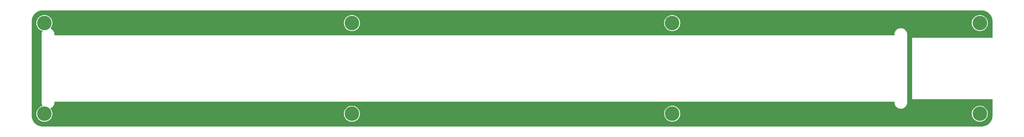
<source format=gbr>
%TF.GenerationSoftware,KiCad,Pcbnew,7.0.2-0*%
%TF.CreationDate,2023-05-18T01:13:29+02:00*%
%TF.ProjectId,LB,4c422e6b-6963-4616-945f-706362585858,rev?*%
%TF.SameCoordinates,PXfd9f08PY7735940*%
%TF.FileFunction,Copper,L2,Bot*%
%TF.FilePolarity,Positive*%
%FSLAX46Y46*%
G04 Gerber Fmt 4.6, Leading zero omitted, Abs format (unit mm)*
G04 Created by KiCad (PCBNEW 7.0.2-0) date 2023-05-18 01:13:29*
%MOMM*%
%LPD*%
G01*
G04 APERTURE LIST*
%TA.AperFunction,ComponentPad*%
%ADD10C,4.000000*%
%TD*%
G04 APERTURE END LIST*
D10*
%TO.P,REF\u002A\u002A,*%
%TO.N,*%
X3500000Y28500000D03*
X3500000Y3500000D03*
X88000000Y28500000D03*
X88000000Y3500000D03*
X176000000Y28500000D03*
X176000000Y3528700D03*
X260500000Y28500000D03*
X260500000Y3500000D03*
%TD*%
%TA.AperFunction,NonConductor*%
G36*
X261001926Y31999400D02*
G01*
X261133863Y31992484D01*
X261316396Y31982232D01*
X261323803Y31981440D01*
X261475994Y31957334D01*
X261637583Y31929878D01*
X261644309Y31928409D01*
X261797007Y31887493D01*
X261951171Y31843078D01*
X261957173Y31841065D01*
X262105567Y31784102D01*
X262107300Y31783410D01*
X262253477Y31722861D01*
X262258731Y31720440D01*
X262343722Y31677134D01*
X262401031Y31647933D01*
X262403230Y31646766D01*
X262540974Y31570638D01*
X262545483Y31567932D01*
X262679810Y31480698D01*
X262682328Y31478988D01*
X262810284Y31388197D01*
X262814032Y31385355D01*
X262938716Y31284388D01*
X262941456Y31282056D01*
X263058275Y31177660D01*
X263061291Y31174809D01*
X263174816Y31061283D01*
X263177667Y31058267D01*
X263282024Y30941492D01*
X263284356Y30938751D01*
X263385383Y30813992D01*
X263388225Y30810245D01*
X263478901Y30682450D01*
X263480612Y30679931D01*
X263567987Y30545385D01*
X263570691Y30540877D01*
X263646622Y30403491D01*
X263647791Y30401291D01*
X263720479Y30258630D01*
X263722911Y30253354D01*
X263783234Y30107722D01*
X263783952Y30105922D01*
X263841098Y29957051D01*
X263843121Y29951018D01*
X263887291Y29797701D01*
X263928433Y29644159D01*
X263929907Y29637408D01*
X263957103Y29477348D01*
X263981446Y29323649D01*
X263982241Y29316224D01*
X263992216Y29138607D01*
X263999399Y29001530D01*
X263999500Y28997689D01*
X263999500Y24524500D01*
X263982187Y24476934D01*
X263938350Y24451624D01*
X263925500Y24450500D01*
X241914816Y24450500D01*
X241914610Y24450541D01*
X241900000Y24450541D01*
X241899901Y24450500D01*
X241899617Y24450384D01*
X241899458Y24450000D01*
X241899468Y24435339D01*
X241899500Y24435184D01*
X241899500Y7564682D01*
X241899433Y7564344D01*
X241899459Y7550000D01*
X241899500Y7549901D01*
X241899616Y7549618D01*
X241899617Y7549617D01*
X241900000Y7549459D01*
X241914660Y7549469D01*
X241914817Y7549500D01*
X263925500Y7549500D01*
X263973066Y7532187D01*
X263998376Y7488350D01*
X263999500Y7475500D01*
X263999500Y3001947D01*
X263999399Y2998074D01*
X263992509Y2866624D01*
X263982230Y2683591D01*
X263981435Y2676165D01*
X263957398Y2524392D01*
X263929872Y2362386D01*
X263928397Y2355632D01*
X263887589Y2203332D01*
X263843057Y2048759D01*
X263841036Y2042732D01*
X263784241Y1894777D01*
X263783523Y1892977D01*
X263722815Y1746416D01*
X263720383Y1741140D01*
X263648085Y1599246D01*
X263646917Y1597046D01*
X263570551Y1458871D01*
X263567846Y1454363D01*
X263480892Y1320465D01*
X263479181Y1317946D01*
X263388042Y1189499D01*
X263385200Y1185752D01*
X263284635Y1061562D01*
X263282303Y1058821D01*
X263177424Y941462D01*
X263174573Y938446D01*
X263061565Y825437D01*
X263058548Y822585D01*
X262941141Y717665D01*
X262938402Y715334D01*
X262814292Y614831D01*
X262810544Y611989D01*
X262681936Y520735D01*
X262679417Y519024D01*
X262545723Y432202D01*
X262541215Y429497D01*
X262402718Y352953D01*
X262400519Y351786D01*
X262258978Y279666D01*
X262253701Y277233D01*
X262106622Y216311D01*
X262104823Y215593D01*
X261957411Y159006D01*
X261951377Y156983D01*
X261795943Y112202D01*
X261644533Y71631D01*
X261637782Y70157D01*
X261474144Y42353D01*
X261324012Y18575D01*
X261316587Y17780D01*
X261128289Y7205D01*
X261002304Y601D01*
X260998431Y500D01*
X3001946Y500D01*
X2998073Y601D01*
X2866617Y7491D01*
X2683589Y17770D01*
X2676163Y18565D01*
X2524369Y42606D01*
X2362395Y70126D01*
X2355639Y71601D01*
X2203297Y112421D01*
X2048769Y156941D01*
X2042742Y158962D01*
X1894724Y215780D01*
X1892925Y216498D01*
X1746432Y277177D01*
X1741154Y279610D01*
X1599197Y351942D01*
X1596998Y353109D01*
X1458907Y429428D01*
X1454399Y432133D01*
X1320396Y519156D01*
X1317877Y520867D01*
X1189560Y611914D01*
X1185812Y614756D01*
X1061488Y715431D01*
X1058748Y717762D01*
X941531Y822513D01*
X938515Y825365D01*
X825363Y938517D01*
X822511Y941533D01*
X717760Y1058750D01*
X715429Y1061490D01*
X614754Y1185814D01*
X611912Y1189562D01*
X537144Y1294936D01*
X520858Y1317889D01*
X519154Y1320398D01*
X432122Y1454416D01*
X429436Y1458892D01*
X353107Y1597000D01*
X351940Y1599199D01*
X325221Y1651636D01*
X279602Y1741168D01*
X277180Y1746422D01*
X216476Y1892977D01*
X215778Y1894726D01*
X215758Y1894777D01*
X158959Y2042745D01*
X156938Y2048774D01*
X112411Y2203332D01*
X71596Y2355654D01*
X70132Y2362356D01*
X42611Y2524334D01*
X18561Y2676178D01*
X17769Y2683573D01*
X7503Y2866372D01*
X601Y2998074D01*
X500Y3001946D01*
X500Y3500000D01*
X1294778Y3500000D01*
X1313644Y3212161D01*
X1369919Y2929247D01*
X1370693Y2926965D01*
X1370695Y2926960D01*
X1453308Y2683591D01*
X1462641Y2656098D01*
X1463710Y2653930D01*
X1463711Y2653928D01*
X1589150Y2399561D01*
X1589156Y2399551D01*
X1590222Y2397389D01*
X1591566Y2395377D01*
X1591567Y2395376D01*
X1749137Y2159555D01*
X1749141Y2159549D01*
X1750480Y2157546D01*
X1752067Y2155736D01*
X1752072Y2155730D01*
X1851169Y2042732D01*
X1940673Y1940673D01*
X1942493Y1939077D01*
X2155729Y1752073D01*
X2155733Y1752070D01*
X2157546Y1750480D01*
X2397389Y1590222D01*
X2399555Y1589154D01*
X2399560Y1589151D01*
X2526743Y1526432D01*
X2656098Y1462641D01*
X2929247Y1369919D01*
X3212161Y1313644D01*
X3500000Y1294778D01*
X3787839Y1313644D01*
X4070753Y1369919D01*
X4343902Y1462641D01*
X4602611Y1590222D01*
X4842454Y1750480D01*
X5059327Y1940673D01*
X5249520Y2157546D01*
X5409778Y2397389D01*
X5537359Y2656098D01*
X5630081Y2929247D01*
X5686356Y3212161D01*
X5705222Y3500000D01*
X85794778Y3500000D01*
X85813644Y3212161D01*
X85869919Y2929247D01*
X85870693Y2926965D01*
X85870695Y2926960D01*
X85953308Y2683591D01*
X85962641Y2656098D01*
X85963710Y2653930D01*
X85963711Y2653928D01*
X86089150Y2399561D01*
X86089156Y2399551D01*
X86090222Y2397389D01*
X86091566Y2395377D01*
X86091567Y2395376D01*
X86249137Y2159555D01*
X86249141Y2159549D01*
X86250480Y2157546D01*
X86252067Y2155736D01*
X86252072Y2155730D01*
X86351169Y2042732D01*
X86440673Y1940673D01*
X86442493Y1939077D01*
X86655729Y1752073D01*
X86655733Y1752070D01*
X86657546Y1750480D01*
X86897389Y1590222D01*
X86899555Y1589154D01*
X86899560Y1589151D01*
X87026743Y1526432D01*
X87156098Y1462641D01*
X87429247Y1369919D01*
X87712161Y1313644D01*
X88000000Y1294778D01*
X88287839Y1313644D01*
X88570753Y1369919D01*
X88843902Y1462641D01*
X89102611Y1590222D01*
X89342454Y1750480D01*
X89559327Y1940673D01*
X89749520Y2157546D01*
X89909778Y2397389D01*
X90037359Y2656098D01*
X90130081Y2929247D01*
X90186356Y3212161D01*
X90205222Y3500000D01*
X90203341Y3528700D01*
X173794778Y3528700D01*
X173813644Y3240861D01*
X173869919Y2957947D01*
X173870693Y2955665D01*
X173870695Y2955660D01*
X173900919Y2866624D01*
X173962641Y2684798D01*
X173963710Y2682630D01*
X173963711Y2682628D01*
X174089150Y2428261D01*
X174089156Y2428251D01*
X174090222Y2426089D01*
X174091566Y2424077D01*
X174091567Y2424076D01*
X174249137Y2188255D01*
X174249141Y2188249D01*
X174250480Y2186246D01*
X174252067Y2184436D01*
X174252072Y2184430D01*
X174371040Y2048774D01*
X174440673Y1969373D01*
X174442493Y1967777D01*
X174655729Y1780773D01*
X174655733Y1780770D01*
X174657546Y1779180D01*
X174659551Y1777841D01*
X174659554Y1777838D01*
X174702507Y1749138D01*
X174897389Y1618922D01*
X174899555Y1617854D01*
X174899560Y1617851D01*
X175026743Y1555132D01*
X175156098Y1491341D01*
X175429247Y1398619D01*
X175712161Y1342344D01*
X176000000Y1323478D01*
X176287839Y1342344D01*
X176570753Y1398619D01*
X176843902Y1491341D01*
X177102611Y1618922D01*
X177342454Y1779180D01*
X177559327Y1969373D01*
X177749520Y2186246D01*
X177909778Y2426089D01*
X178037359Y2684798D01*
X178130081Y2957947D01*
X178186356Y3240861D01*
X178203341Y3500000D01*
X258294778Y3500000D01*
X258313644Y3212161D01*
X258369919Y2929247D01*
X258370693Y2926965D01*
X258370695Y2926960D01*
X258453308Y2683591D01*
X258462641Y2656098D01*
X258463710Y2653930D01*
X258463711Y2653928D01*
X258589150Y2399561D01*
X258589156Y2399551D01*
X258590222Y2397389D01*
X258591566Y2395377D01*
X258591567Y2395376D01*
X258749137Y2159555D01*
X258749141Y2159549D01*
X258750480Y2157546D01*
X258752067Y2155736D01*
X258752072Y2155730D01*
X258851169Y2042732D01*
X258940673Y1940673D01*
X258942493Y1939077D01*
X259155729Y1752073D01*
X259155733Y1752070D01*
X259157546Y1750480D01*
X259397389Y1590222D01*
X259399555Y1589154D01*
X259399560Y1589151D01*
X259526743Y1526432D01*
X259656098Y1462641D01*
X259929247Y1369919D01*
X260212161Y1313644D01*
X260500000Y1294778D01*
X260787839Y1313644D01*
X261070753Y1369919D01*
X261343902Y1462641D01*
X261602611Y1590222D01*
X261842454Y1750480D01*
X262059327Y1940673D01*
X262249520Y2157546D01*
X262409778Y2397389D01*
X262537359Y2656098D01*
X262630081Y2929247D01*
X262686356Y3212161D01*
X262705222Y3500000D01*
X262686356Y3787839D01*
X262630081Y4070753D01*
X262537359Y4343902D01*
X262409778Y4602611D01*
X262249520Y4842454D01*
X262222757Y4872971D01*
X262060923Y5057507D01*
X262059327Y5059327D01*
X261979000Y5129772D01*
X261844270Y5247928D01*
X261844264Y5247933D01*
X261842454Y5249520D01*
X261840451Y5250859D01*
X261840445Y5250863D01*
X261604624Y5408433D01*
X261604623Y5408434D01*
X261602611Y5409778D01*
X261600449Y5410844D01*
X261600439Y5410850D01*
X261346072Y5536289D01*
X261346070Y5536290D01*
X261343902Y5537359D01*
X261341615Y5538136D01*
X261341611Y5538137D01*
X261073040Y5629305D01*
X261073035Y5629307D01*
X261070753Y5630081D01*
X260945482Y5654999D01*
X260790208Y5685885D01*
X260790204Y5685886D01*
X260787839Y5686356D01*
X260785435Y5686514D01*
X260785432Y5686514D01*
X260502411Y5705064D01*
X260500000Y5705222D01*
X260497589Y5705064D01*
X260214567Y5686514D01*
X260214562Y5686514D01*
X260212161Y5686356D01*
X260209797Y5685886D01*
X260209791Y5685885D01*
X259931619Y5630553D01*
X259931616Y5630553D01*
X259929247Y5630081D01*
X259926968Y5629308D01*
X259926959Y5629305D01*
X259658388Y5538137D01*
X259658379Y5538134D01*
X259656098Y5537359D01*
X259653934Y5536293D01*
X259653927Y5536289D01*
X259399560Y5410850D01*
X259399543Y5410841D01*
X259397389Y5409778D01*
X259395382Y5408438D01*
X259395375Y5408433D01*
X259159554Y5250863D01*
X259159540Y5250853D01*
X259157546Y5249520D01*
X259155742Y5247939D01*
X259155729Y5247928D01*
X258942493Y5060924D01*
X258942485Y5060917D01*
X258940673Y5059327D01*
X258939083Y5057515D01*
X258939076Y5057507D01*
X258752072Y4844271D01*
X258752061Y4844258D01*
X258750480Y4842454D01*
X258749147Y4840460D01*
X258749137Y4840446D01*
X258591567Y4604625D01*
X258591562Y4604618D01*
X258590222Y4602611D01*
X258589159Y4600457D01*
X258589150Y4600440D01*
X258463711Y4346073D01*
X258463707Y4346066D01*
X258462641Y4343902D01*
X258461866Y4341621D01*
X258461863Y4341612D01*
X258370695Y4073041D01*
X258370692Y4073032D01*
X258369919Y4070753D01*
X258369447Y4068384D01*
X258369447Y4068381D01*
X258319353Y3816539D01*
X258313644Y3787839D01*
X258294778Y3500000D01*
X178203341Y3500000D01*
X178205222Y3528700D01*
X178186356Y3816539D01*
X178130081Y4099453D01*
X178037359Y4372602D01*
X177925002Y4600440D01*
X177910849Y4629140D01*
X177910846Y4629145D01*
X177909778Y4631311D01*
X177830868Y4749407D01*
X177750862Y4869146D01*
X177750859Y4869149D01*
X177749520Y4871154D01*
X177724661Y4899500D01*
X177560923Y5086207D01*
X177559327Y5088027D01*
X177511726Y5129772D01*
X177344270Y5276628D01*
X177344264Y5276633D01*
X177342454Y5278220D01*
X177340451Y5279559D01*
X177340445Y5279563D01*
X177104624Y5437133D01*
X177104623Y5437134D01*
X177102611Y5438478D01*
X177100449Y5439544D01*
X177100439Y5439550D01*
X176846072Y5564989D01*
X176846070Y5564990D01*
X176843902Y5566059D01*
X176841615Y5566836D01*
X176841611Y5566837D01*
X176573040Y5658005D01*
X176573035Y5658007D01*
X176570753Y5658781D01*
X176391991Y5694339D01*
X176290208Y5714585D01*
X176290204Y5714586D01*
X176287839Y5715056D01*
X176285435Y5715214D01*
X176285432Y5715214D01*
X176002411Y5733764D01*
X176000000Y5733922D01*
X175997589Y5733764D01*
X175714567Y5715214D01*
X175714562Y5715214D01*
X175712161Y5715056D01*
X175709797Y5714586D01*
X175709791Y5714585D01*
X175431619Y5659253D01*
X175431616Y5659253D01*
X175429247Y5658781D01*
X175426968Y5658008D01*
X175426959Y5658005D01*
X175158388Y5566837D01*
X175158379Y5566834D01*
X175156098Y5566059D01*
X175153934Y5564993D01*
X175153927Y5564989D01*
X174899560Y5439550D01*
X174899543Y5439541D01*
X174897389Y5438478D01*
X174895382Y5437138D01*
X174895375Y5437133D01*
X174659554Y5279563D01*
X174659540Y5279553D01*
X174657546Y5278220D01*
X174655742Y5276639D01*
X174655729Y5276628D01*
X174442493Y5089624D01*
X174442485Y5089617D01*
X174440673Y5088027D01*
X174439083Y5086215D01*
X174439076Y5086207D01*
X174252072Y4872971D01*
X174252061Y4872958D01*
X174250480Y4871154D01*
X174249147Y4869160D01*
X174249137Y4869146D01*
X174091567Y4633325D01*
X174091562Y4633318D01*
X174090222Y4631311D01*
X174089159Y4629157D01*
X174089150Y4629140D01*
X173963711Y4374773D01*
X173963707Y4374766D01*
X173962641Y4372602D01*
X173961866Y4370321D01*
X173961863Y4370312D01*
X173870695Y4101741D01*
X173870692Y4101732D01*
X173869919Y4099453D01*
X173813644Y3816539D01*
X173794778Y3528700D01*
X90203341Y3528700D01*
X90186356Y3787839D01*
X90130081Y4070753D01*
X90037359Y4343902D01*
X89909778Y4602611D01*
X89749520Y4842454D01*
X89722757Y4872971D01*
X89560923Y5057507D01*
X89559327Y5059327D01*
X89479000Y5129772D01*
X89344270Y5247928D01*
X89344264Y5247933D01*
X89342454Y5249520D01*
X89340451Y5250859D01*
X89340445Y5250863D01*
X89104624Y5408433D01*
X89104623Y5408434D01*
X89102611Y5409778D01*
X89100449Y5410844D01*
X89100439Y5410850D01*
X88846072Y5536289D01*
X88846070Y5536290D01*
X88843902Y5537359D01*
X88841615Y5538136D01*
X88841611Y5538137D01*
X88573040Y5629305D01*
X88573035Y5629307D01*
X88570753Y5630081D01*
X88445482Y5654999D01*
X88290208Y5685885D01*
X88290204Y5685886D01*
X88287839Y5686356D01*
X88285435Y5686514D01*
X88285432Y5686514D01*
X88002411Y5705064D01*
X88000000Y5705222D01*
X87997589Y5705064D01*
X87714567Y5686514D01*
X87714562Y5686514D01*
X87712161Y5686356D01*
X87709797Y5685886D01*
X87709791Y5685885D01*
X87431619Y5630553D01*
X87431616Y5630553D01*
X87429247Y5630081D01*
X87426968Y5629308D01*
X87426959Y5629305D01*
X87158388Y5538137D01*
X87158379Y5538134D01*
X87156098Y5537359D01*
X87153934Y5536293D01*
X87153927Y5536289D01*
X86899560Y5410850D01*
X86899543Y5410841D01*
X86897389Y5409778D01*
X86895382Y5408438D01*
X86895375Y5408433D01*
X86659554Y5250863D01*
X86659540Y5250853D01*
X86657546Y5249520D01*
X86655742Y5247939D01*
X86655729Y5247928D01*
X86442493Y5060924D01*
X86442485Y5060917D01*
X86440673Y5059327D01*
X86439083Y5057515D01*
X86439076Y5057507D01*
X86252072Y4844271D01*
X86252061Y4844258D01*
X86250480Y4842454D01*
X86249147Y4840460D01*
X86249137Y4840446D01*
X86091567Y4604625D01*
X86091562Y4604618D01*
X86090222Y4602611D01*
X86089159Y4600457D01*
X86089150Y4600440D01*
X85963711Y4346073D01*
X85963707Y4346066D01*
X85962641Y4343902D01*
X85961866Y4341621D01*
X85961863Y4341612D01*
X85870695Y4073041D01*
X85870692Y4073032D01*
X85869919Y4070753D01*
X85869447Y4068384D01*
X85869447Y4068381D01*
X85819353Y3816539D01*
X85813644Y3787839D01*
X85794778Y3500000D01*
X5705222Y3500000D01*
X5686356Y3787839D01*
X5630081Y4070753D01*
X5537359Y4343902D01*
X5409778Y4602611D01*
X5249520Y4842454D01*
X5222757Y4872971D01*
X5174633Y4927846D01*
X5156287Y4975024D01*
X5172557Y5022956D01*
X5198159Y5043308D01*
X5377704Y5129772D01*
X5594479Y5277567D01*
X5786805Y5456019D01*
X5950386Y5661143D01*
X6081568Y5888357D01*
X6177420Y6132584D01*
X6235802Y6388370D01*
X6250500Y6584506D01*
X6250500Y6775501D01*
X6267813Y6823066D01*
X6311650Y6848376D01*
X6324500Y6849500D01*
X236975500Y6849500D01*
X237023066Y6832187D01*
X237048376Y6788350D01*
X237049500Y6775501D01*
X237049500Y6584506D01*
X237049602Y6583134D01*
X237049603Y6583130D01*
X237064197Y6388374D01*
X237122580Y6132583D01*
X237218432Y5888357D01*
X237349613Y5661144D01*
X237513194Y5456020D01*
X237705519Y5277568D01*
X237922297Y5129771D01*
X238158679Y5015936D01*
X238409385Y4938604D01*
X238668814Y4899500D01*
X238668818Y4899500D01*
X238931186Y4899500D01*
X239138728Y4930784D01*
X239190615Y4938604D01*
X239441323Y5015937D01*
X239677704Y5129772D01*
X239894479Y5277567D01*
X240086805Y5456019D01*
X240250386Y5661143D01*
X240381568Y5888357D01*
X240477420Y6132584D01*
X240535802Y6388370D01*
X240550500Y6584506D01*
X240550500Y25415494D01*
X240535802Y25611630D01*
X240477420Y25867416D01*
X240381568Y26111643D01*
X240250386Y26338857D01*
X240086805Y26543981D01*
X240036969Y26590222D01*
X239894480Y26722433D01*
X239677702Y26870230D01*
X239441320Y26984065D01*
X239190614Y27061397D01*
X238931186Y27100500D01*
X238931182Y27100500D01*
X238668818Y27100500D01*
X238668814Y27100500D01*
X238409385Y27061397D01*
X238158679Y26984065D01*
X237922297Y26870230D01*
X237705519Y26722433D01*
X237513194Y26543981D01*
X237349613Y26338857D01*
X237218432Y26111644D01*
X237122580Y25867418D01*
X237064197Y25611627D01*
X237049603Y25416871D01*
X237049500Y25415494D01*
X237049500Y25414117D01*
X237049500Y25414116D01*
X237049500Y25224500D01*
X237032187Y25176934D01*
X236988350Y25151624D01*
X236975500Y25150500D01*
X6324500Y25150500D01*
X6276934Y25167813D01*
X6251624Y25211650D01*
X6250500Y25224500D01*
X6250500Y25414116D01*
X6250500Y25415494D01*
X6235802Y25611630D01*
X6177420Y25867416D01*
X6081568Y26111643D01*
X5950386Y26338857D01*
X5786805Y26543981D01*
X5736969Y26590222D01*
X5594480Y26722433D01*
X5377702Y26870230D01*
X5198162Y26956691D01*
X5162818Y26992928D01*
X5159035Y27043405D01*
X5174632Y27072154D01*
X5249520Y27157546D01*
X5409778Y27397389D01*
X5537359Y27656098D01*
X5630081Y27929247D01*
X5686356Y28212161D01*
X5705222Y28500000D01*
X85794778Y28500000D01*
X85813644Y28212161D01*
X85869919Y27929247D01*
X85962641Y27656098D01*
X85963710Y27653930D01*
X85963711Y27653928D01*
X86089150Y27399561D01*
X86089156Y27399551D01*
X86090222Y27397389D01*
X86091566Y27395377D01*
X86091567Y27395376D01*
X86249137Y27159555D01*
X86249141Y27159549D01*
X86250480Y27157546D01*
X86252067Y27155736D01*
X86252072Y27155730D01*
X86439076Y26942494D01*
X86440673Y26940673D01*
X86442493Y26939077D01*
X86655729Y26752073D01*
X86655733Y26752070D01*
X86657546Y26750480D01*
X86897389Y26590222D01*
X86899555Y26589154D01*
X86899560Y26589151D01*
X87026743Y26526432D01*
X87156098Y26462641D01*
X87429247Y26369919D01*
X87712161Y26313644D01*
X88000000Y26294778D01*
X88287839Y26313644D01*
X88570753Y26369919D01*
X88843902Y26462641D01*
X89102611Y26590222D01*
X89342454Y26750480D01*
X89559327Y26940673D01*
X89749520Y27157546D01*
X89909778Y27397389D01*
X90037359Y27656098D01*
X90130081Y27929247D01*
X90186356Y28212161D01*
X90205222Y28500000D01*
X173794778Y28500000D01*
X173813644Y28212161D01*
X173869919Y27929247D01*
X173962641Y27656098D01*
X173963710Y27653930D01*
X173963711Y27653928D01*
X174089150Y27399561D01*
X174089156Y27399551D01*
X174090222Y27397389D01*
X174091566Y27395377D01*
X174091567Y27395376D01*
X174249137Y27159555D01*
X174249141Y27159549D01*
X174250480Y27157546D01*
X174252067Y27155736D01*
X174252072Y27155730D01*
X174439076Y26942494D01*
X174440673Y26940673D01*
X174442493Y26939077D01*
X174655729Y26752073D01*
X174655733Y26752070D01*
X174657546Y26750480D01*
X174897389Y26590222D01*
X174899555Y26589154D01*
X174899560Y26589151D01*
X175026743Y26526432D01*
X175156098Y26462641D01*
X175429247Y26369919D01*
X175712161Y26313644D01*
X176000000Y26294778D01*
X176287839Y26313644D01*
X176570753Y26369919D01*
X176843902Y26462641D01*
X177102611Y26590222D01*
X177342454Y26750480D01*
X177559327Y26940673D01*
X177749520Y27157546D01*
X177909778Y27397389D01*
X178037359Y27656098D01*
X178130081Y27929247D01*
X178186356Y28212161D01*
X178205222Y28500000D01*
X258294778Y28500000D01*
X258313644Y28212161D01*
X258369919Y27929247D01*
X258462641Y27656098D01*
X258463710Y27653930D01*
X258463711Y27653928D01*
X258589150Y27399561D01*
X258589156Y27399551D01*
X258590222Y27397389D01*
X258591566Y27395377D01*
X258591567Y27395376D01*
X258749137Y27159555D01*
X258749141Y27159549D01*
X258750480Y27157546D01*
X258752067Y27155736D01*
X258752072Y27155730D01*
X258939076Y26942494D01*
X258940673Y26940673D01*
X258942493Y26939077D01*
X259155729Y26752073D01*
X259155733Y26752070D01*
X259157546Y26750480D01*
X259397389Y26590222D01*
X259399555Y26589154D01*
X259399560Y26589151D01*
X259526743Y26526432D01*
X259656098Y26462641D01*
X259929247Y26369919D01*
X260212161Y26313644D01*
X260500000Y26294778D01*
X260787839Y26313644D01*
X261070753Y26369919D01*
X261343902Y26462641D01*
X261602611Y26590222D01*
X261842454Y26750480D01*
X262059327Y26940673D01*
X262249520Y27157546D01*
X262409778Y27397389D01*
X262537359Y27656098D01*
X262630081Y27929247D01*
X262686356Y28212161D01*
X262705222Y28500000D01*
X262686356Y28787839D01*
X262630081Y29070753D01*
X262537359Y29343902D01*
X262409778Y29602611D01*
X262249520Y29842454D01*
X262148839Y29957258D01*
X262060923Y30057507D01*
X262059327Y30059327D01*
X262039450Y30076759D01*
X261844270Y30247928D01*
X261844264Y30247933D01*
X261842454Y30249520D01*
X261840451Y30250859D01*
X261840445Y30250863D01*
X261604624Y30408433D01*
X261604623Y30408434D01*
X261602611Y30409778D01*
X261600449Y30410844D01*
X261600439Y30410850D01*
X261346072Y30536289D01*
X261346070Y30536290D01*
X261343902Y30537359D01*
X261341615Y30538136D01*
X261341611Y30538137D01*
X261073040Y30629305D01*
X261073035Y30629307D01*
X261070753Y30630081D01*
X261047288Y30634749D01*
X260790208Y30685885D01*
X260790204Y30685886D01*
X260787839Y30686356D01*
X260785435Y30686514D01*
X260785432Y30686514D01*
X260502411Y30705064D01*
X260500000Y30705222D01*
X260497589Y30705064D01*
X260214567Y30686514D01*
X260214562Y30686514D01*
X260212161Y30686356D01*
X260209797Y30685886D01*
X260209791Y30685885D01*
X259931619Y30630553D01*
X259931616Y30630553D01*
X259929247Y30630081D01*
X259926968Y30629308D01*
X259926959Y30629305D01*
X259658388Y30538137D01*
X259658379Y30538134D01*
X259656098Y30537359D01*
X259653934Y30536293D01*
X259653927Y30536289D01*
X259399560Y30410850D01*
X259399543Y30410841D01*
X259397389Y30409778D01*
X259395382Y30408438D01*
X259395375Y30408433D01*
X259159554Y30250863D01*
X259159540Y30250853D01*
X259157546Y30249520D01*
X259155742Y30247939D01*
X259155729Y30247928D01*
X258942493Y30060924D01*
X258942485Y30060917D01*
X258940673Y30059327D01*
X258939083Y30057515D01*
X258939076Y30057507D01*
X258752072Y29844271D01*
X258752061Y29844258D01*
X258750480Y29842454D01*
X258749147Y29840460D01*
X258749137Y29840446D01*
X258591567Y29604625D01*
X258591562Y29604618D01*
X258590222Y29602611D01*
X258589159Y29600457D01*
X258589150Y29600440D01*
X258463711Y29346073D01*
X258463707Y29346066D01*
X258462641Y29343902D01*
X258461866Y29341621D01*
X258461863Y29341612D01*
X258370695Y29073041D01*
X258370692Y29073032D01*
X258369919Y29070753D01*
X258369447Y29068384D01*
X258369447Y29068381D01*
X258355386Y28997689D01*
X258313644Y28787839D01*
X258294778Y28500000D01*
X178205222Y28500000D01*
X178186356Y28787839D01*
X178130081Y29070753D01*
X178037359Y29343902D01*
X177909778Y29602611D01*
X177749520Y29842454D01*
X177648839Y29957258D01*
X177560923Y30057507D01*
X177559327Y30059327D01*
X177539450Y30076759D01*
X177344270Y30247928D01*
X177344264Y30247933D01*
X177342454Y30249520D01*
X177340451Y30250859D01*
X177340445Y30250863D01*
X177104624Y30408433D01*
X177104623Y30408434D01*
X177102611Y30409778D01*
X177100449Y30410844D01*
X177100439Y30410850D01*
X176846072Y30536289D01*
X176846070Y30536290D01*
X176843902Y30537359D01*
X176841615Y30538136D01*
X176841611Y30538137D01*
X176573040Y30629305D01*
X176573035Y30629307D01*
X176570753Y30630081D01*
X176547288Y30634749D01*
X176290208Y30685885D01*
X176290204Y30685886D01*
X176287839Y30686356D01*
X176285435Y30686514D01*
X176285432Y30686514D01*
X176002411Y30705064D01*
X176000000Y30705222D01*
X175997589Y30705064D01*
X175714567Y30686514D01*
X175714562Y30686514D01*
X175712161Y30686356D01*
X175709797Y30685886D01*
X175709791Y30685885D01*
X175431619Y30630553D01*
X175431616Y30630553D01*
X175429247Y30630081D01*
X175426968Y30629308D01*
X175426959Y30629305D01*
X175158388Y30538137D01*
X175158379Y30538134D01*
X175156098Y30537359D01*
X175153934Y30536293D01*
X175153927Y30536289D01*
X174899560Y30410850D01*
X174899543Y30410841D01*
X174897389Y30409778D01*
X174895382Y30408438D01*
X174895375Y30408433D01*
X174659554Y30250863D01*
X174659540Y30250853D01*
X174657546Y30249520D01*
X174655742Y30247939D01*
X174655729Y30247928D01*
X174442493Y30060924D01*
X174442485Y30060917D01*
X174440673Y30059327D01*
X174439083Y30057515D01*
X174439076Y30057507D01*
X174252072Y29844271D01*
X174252061Y29844258D01*
X174250480Y29842454D01*
X174249147Y29840460D01*
X174249137Y29840446D01*
X174091567Y29604625D01*
X174091562Y29604618D01*
X174090222Y29602611D01*
X174089159Y29600457D01*
X174089150Y29600440D01*
X173963711Y29346073D01*
X173963707Y29346066D01*
X173962641Y29343902D01*
X173961866Y29341621D01*
X173961863Y29341612D01*
X173870695Y29073041D01*
X173870692Y29073032D01*
X173869919Y29070753D01*
X173869447Y29068384D01*
X173869447Y29068381D01*
X173855386Y28997689D01*
X173813644Y28787839D01*
X173794778Y28500000D01*
X90205222Y28500000D01*
X90186356Y28787839D01*
X90130081Y29070753D01*
X90037359Y29343902D01*
X89909778Y29602611D01*
X89749520Y29842454D01*
X89648839Y29957258D01*
X89560923Y30057507D01*
X89559327Y30059327D01*
X89539450Y30076759D01*
X89344270Y30247928D01*
X89344264Y30247933D01*
X89342454Y30249520D01*
X89340451Y30250859D01*
X89340445Y30250863D01*
X89104624Y30408433D01*
X89104623Y30408434D01*
X89102611Y30409778D01*
X89100449Y30410844D01*
X89100439Y30410850D01*
X88846072Y30536289D01*
X88846070Y30536290D01*
X88843902Y30537359D01*
X88841615Y30538136D01*
X88841611Y30538137D01*
X88573040Y30629305D01*
X88573035Y30629307D01*
X88570753Y30630081D01*
X88547288Y30634749D01*
X88290208Y30685885D01*
X88290204Y30685886D01*
X88287839Y30686356D01*
X88285435Y30686514D01*
X88285432Y30686514D01*
X88002411Y30705064D01*
X88000000Y30705222D01*
X87997589Y30705064D01*
X87714567Y30686514D01*
X87714562Y30686514D01*
X87712161Y30686356D01*
X87709797Y30685886D01*
X87709791Y30685885D01*
X87431619Y30630553D01*
X87431616Y30630553D01*
X87429247Y30630081D01*
X87426968Y30629308D01*
X87426959Y30629305D01*
X87158388Y30538137D01*
X87158379Y30538134D01*
X87156098Y30537359D01*
X87153934Y30536293D01*
X87153927Y30536289D01*
X86899560Y30410850D01*
X86899543Y30410841D01*
X86897389Y30409778D01*
X86895382Y30408438D01*
X86895375Y30408433D01*
X86659554Y30250863D01*
X86659540Y30250853D01*
X86657546Y30249520D01*
X86655742Y30247939D01*
X86655729Y30247928D01*
X86442493Y30060924D01*
X86442485Y30060917D01*
X86440673Y30059327D01*
X86439083Y30057515D01*
X86439076Y30057507D01*
X86252072Y29844271D01*
X86252061Y29844258D01*
X86250480Y29842454D01*
X86249147Y29840460D01*
X86249137Y29840446D01*
X86091567Y29604625D01*
X86091562Y29604618D01*
X86090222Y29602611D01*
X86089159Y29600457D01*
X86089150Y29600440D01*
X85963711Y29346073D01*
X85963707Y29346066D01*
X85962641Y29343902D01*
X85961866Y29341621D01*
X85961863Y29341612D01*
X85870695Y29073041D01*
X85870692Y29073032D01*
X85869919Y29070753D01*
X85869447Y29068384D01*
X85869447Y29068381D01*
X85855386Y28997689D01*
X85813644Y28787839D01*
X85794778Y28500000D01*
X5705222Y28500000D01*
X5686356Y28787839D01*
X5630081Y29070753D01*
X5537359Y29343902D01*
X5409778Y29602611D01*
X5249520Y29842454D01*
X5148839Y29957258D01*
X5060923Y30057507D01*
X5059327Y30059327D01*
X5039450Y30076759D01*
X4844270Y30247928D01*
X4844264Y30247933D01*
X4842454Y30249520D01*
X4840451Y30250859D01*
X4840445Y30250863D01*
X4604624Y30408433D01*
X4604623Y30408434D01*
X4602611Y30409778D01*
X4600449Y30410844D01*
X4600439Y30410850D01*
X4346072Y30536289D01*
X4346070Y30536290D01*
X4343902Y30537359D01*
X4341615Y30538136D01*
X4341611Y30538137D01*
X4073040Y30629305D01*
X4073035Y30629307D01*
X4070753Y30630081D01*
X4047288Y30634749D01*
X3790208Y30685885D01*
X3790204Y30685886D01*
X3787839Y30686356D01*
X3785435Y30686514D01*
X3785432Y30686514D01*
X3502411Y30705064D01*
X3500000Y30705222D01*
X3497589Y30705064D01*
X3214567Y30686514D01*
X3214562Y30686514D01*
X3212161Y30686356D01*
X3209797Y30685886D01*
X3209791Y30685885D01*
X2931619Y30630553D01*
X2931616Y30630553D01*
X2929247Y30630081D01*
X2926968Y30629308D01*
X2926959Y30629305D01*
X2658388Y30538137D01*
X2658379Y30538134D01*
X2656098Y30537359D01*
X2653934Y30536293D01*
X2653927Y30536289D01*
X2399560Y30410850D01*
X2399543Y30410841D01*
X2397389Y30409778D01*
X2395382Y30408438D01*
X2395375Y30408433D01*
X2159554Y30250863D01*
X2159540Y30250853D01*
X2157546Y30249520D01*
X2155742Y30247939D01*
X2155729Y30247928D01*
X1942493Y30060924D01*
X1942485Y30060917D01*
X1940673Y30059327D01*
X1939083Y30057515D01*
X1939076Y30057507D01*
X1752072Y29844271D01*
X1752061Y29844258D01*
X1750480Y29842454D01*
X1749147Y29840460D01*
X1749137Y29840446D01*
X1591567Y29604625D01*
X1591562Y29604618D01*
X1590222Y29602611D01*
X1589159Y29600457D01*
X1589150Y29600440D01*
X1463711Y29346073D01*
X1463707Y29346066D01*
X1462641Y29343902D01*
X1461866Y29341621D01*
X1461863Y29341612D01*
X1370695Y29073041D01*
X1370692Y29073032D01*
X1369919Y29070753D01*
X1369447Y29068384D01*
X1369447Y29068381D01*
X1355386Y28997689D01*
X1313644Y28787839D01*
X1294778Y28500000D01*
X1313644Y28212161D01*
X1369919Y27929247D01*
X1462641Y27656098D01*
X1463710Y27653930D01*
X1463711Y27653928D01*
X1589150Y27399561D01*
X1589156Y27399551D01*
X1590222Y27397389D01*
X1591566Y27395377D01*
X1591567Y27395376D01*
X1749137Y27159555D01*
X1749141Y27159549D01*
X1750480Y27157546D01*
X1752067Y27155736D01*
X1752072Y27155730D01*
X1939076Y26942494D01*
X1940673Y26940673D01*
X1942493Y26939077D01*
X2155729Y26752073D01*
X2155733Y26752070D01*
X2157546Y26750480D01*
X2397389Y26590222D01*
X2399555Y26589154D01*
X2399560Y26589151D01*
X2526743Y26526432D01*
X2656098Y26462641D01*
X2929247Y26369919D01*
X2931621Y26369447D01*
X2931624Y26369446D01*
X2952016Y26365390D01*
X2995292Y26339131D01*
X3011563Y26291199D01*
X3001667Y26255812D01*
X2918432Y26111644D01*
X2822580Y25867418D01*
X2764197Y25611627D01*
X2749603Y25416871D01*
X2749500Y25415494D01*
X2749500Y6584506D01*
X2749602Y6583134D01*
X2749603Y6583130D01*
X2764197Y6388374D01*
X2822580Y6132583D01*
X2918432Y5888357D01*
X3001667Y5744189D01*
X3010457Y5694339D01*
X2985147Y5650502D01*
X2952019Y5634611D01*
X2931617Y5630553D01*
X2931608Y5630551D01*
X2929247Y5630081D01*
X2926968Y5629308D01*
X2926959Y5629305D01*
X2658388Y5538137D01*
X2658379Y5538134D01*
X2656098Y5537359D01*
X2653934Y5536293D01*
X2653927Y5536289D01*
X2399560Y5410850D01*
X2399543Y5410841D01*
X2397389Y5409778D01*
X2395382Y5408438D01*
X2395375Y5408433D01*
X2159554Y5250863D01*
X2159540Y5250853D01*
X2157546Y5249520D01*
X2155742Y5247939D01*
X2155729Y5247928D01*
X1942493Y5060924D01*
X1942485Y5060917D01*
X1940673Y5059327D01*
X1939083Y5057515D01*
X1939076Y5057507D01*
X1752072Y4844271D01*
X1752061Y4844258D01*
X1750480Y4842454D01*
X1749147Y4840460D01*
X1749137Y4840446D01*
X1591567Y4604625D01*
X1591562Y4604618D01*
X1590222Y4602611D01*
X1589159Y4600457D01*
X1589150Y4600440D01*
X1463711Y4346073D01*
X1463707Y4346066D01*
X1462641Y4343902D01*
X1461866Y4341621D01*
X1461863Y4341612D01*
X1370695Y4073041D01*
X1370692Y4073032D01*
X1369919Y4070753D01*
X1369447Y4068384D01*
X1369447Y4068381D01*
X1319353Y3816539D01*
X1313644Y3787839D01*
X1294778Y3500000D01*
X500Y3500000D01*
X500Y28998056D01*
X601Y29001929D01*
X7490Y29133375D01*
X17758Y29316224D01*
X17769Y29316428D01*
X18560Y29323819D01*
X42611Y29475669D01*
X42897Y29477348D01*
X70132Y29637645D01*
X71597Y29644349D01*
X112421Y29796703D01*
X156939Y29951230D01*
X158954Y29957242D01*
X215810Y30105358D01*
X216463Y30106995D01*
X277189Y30253599D01*
X279593Y30258814D01*
X351957Y30400837D01*
X353089Y30402970D01*
X429450Y30541134D01*
X432106Y30545560D01*
X519192Y30679662D01*
X520826Y30682067D01*
X611926Y30810460D01*
X614739Y30814170D01*
X715458Y30938547D01*
X717730Y30941217D01*
X822546Y31058507D01*
X825328Y31061449D01*
X938551Y31174672D01*
X941493Y31177454D01*
X1058783Y31282270D01*
X1061453Y31284542D01*
X1185830Y31385261D01*
X1189540Y31388074D01*
X1317933Y31479174D01*
X1320338Y31480808D01*
X1454440Y31567894D01*
X1458866Y31570550D01*
X1597030Y31646911D01*
X1599163Y31648043D01*
X1741186Y31720407D01*
X1746401Y31722811D01*
X1893005Y31783537D01*
X1894642Y31784190D01*
X2042758Y31841046D01*
X2048755Y31843057D01*
X2203279Y31887575D01*
X2355662Y31928406D01*
X2362346Y31929866D01*
X2524351Y31957392D01*
X2676181Y31981440D01*
X2683568Y31982230D01*
X2866566Y31992507D01*
X2987392Y31998840D01*
X2998074Y31999399D01*
X3001946Y31999500D01*
X260998054Y31999500D01*
X261001926Y31999400D01*
G37*
%TD.AperFunction*%
M02*

</source>
